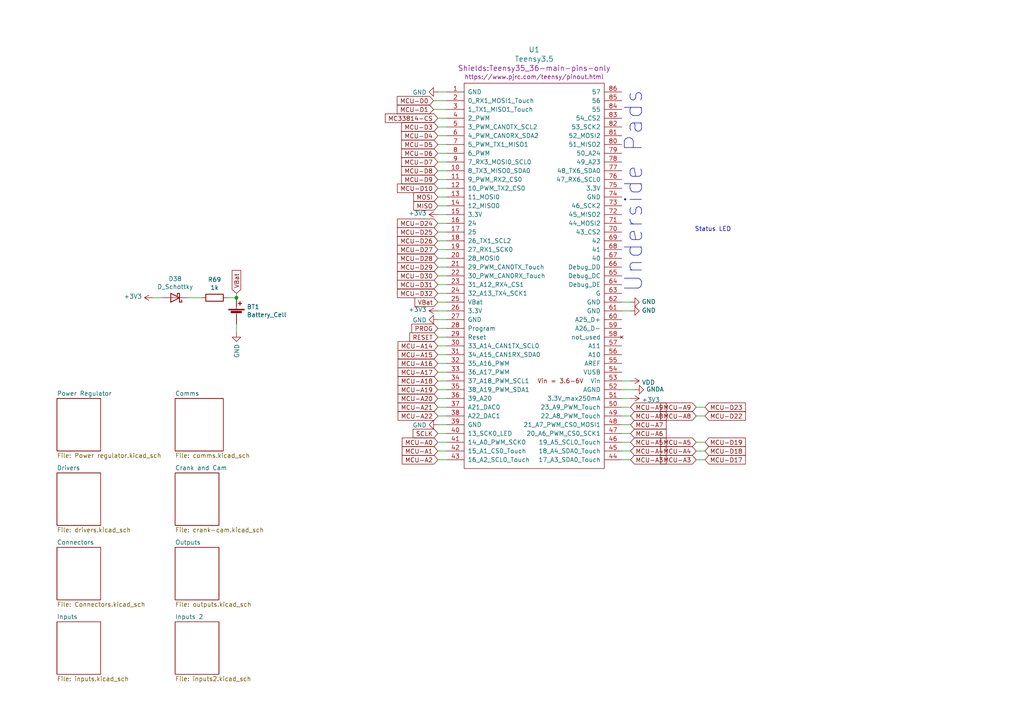
<source format=kicad_sch>
(kicad_sch (version 20230121) (generator eeschema)
  (paper "A4")
  (lib_symbols
    (symbol "Device:Battery_Cell" (pin_numbers hide) (pin_names (offset 0) hide)
      (property "Reference" "BT" (at 2.54 2.54 0))
      (property "Value" "Battery_Cell" (at 2.54 0 0))
      (symbol "Battery_Cell_0_1"
        (rectangle (start -2.286 1.778) (end 2.286 1.524) (fill (type outline)))
        (rectangle (start -1.5748 1.1938) (end 1.4732 0.6858) (fill (type outline)))
        (polyline (pts (xy 0 0.762) (xy 0 0)))
        (polyline (pts (xy 0 1.778) (xy 0 2.54)))
        (polyline (pts (xy 0.508 3.429) (xy 1.524 3.429)) (stroke (width 0.254)))
        (polyline (pts (xy 1.016 3.937) (xy 1.016 2.921)) (stroke (width 0.254)))
      )
      (symbol "Battery_Cell_1_1"
        (pin passive line (at 0 5.08 270) (length 2.54) (name "+") (number "1"))
        (pin passive line (at 0 -2.54 90) (length 2.54) (name "-") (number "2"))
      )
    )
    (symbol "Device:D_Schottky" (pin_numbers hide) (pin_names (offset 1.016) hide)
      (property "Reference" "D" (at 0 2.54 0))
      (property "Value" "D_Schottky" (at 0 -2.54 0))
      (symbol "D_Schottky_0_1"
        (polyline (pts (xy 1.27 0) (xy -1.27 0)))
        (polyline (pts (xy 1.27 1.27) (xy 1.27 -1.27) (xy -1.27 0) (xy 1.27 1.27)) (stroke (width 0.254)))
        (polyline (pts (xy -1.905 0.635) (xy -1.905 1.27) (xy -1.27 1.27) (xy -1.27 -1.27) (xy -0.635 -1.27) (xy -0.635 -0.635)) (stroke (width 0.254)))
      )
      (symbol "D_Schottky_1_1"
        (pin passive line (at -3.81 0 0) (length 2.54) (name "K") (number "1"))
        (pin passive line (at 3.81 0 180) (length 2.54) (name "A") (number "2"))
      )
    )
    (symbol "Device:R" (pin_numbers hide) (pin_names (offset 0))
      (property "Reference" "R" (at 2.032 0 90))
      (property "Value" "R" (at 0 0 90))
      (symbol "R_0_1"
        (rectangle (start -1.016 -2.54) (end 1.016 2.54) (stroke (width 0.254)))
      )
      (symbol "R_1_1"
        (pin passive line (at 0 3.81 270) (length 1.27) (name "~") (number "1"))
        (pin passive line (at 0 -3.81 90) (length 1.27) (name "~") (number "2"))
      )
    )
    (symbol "Shields:Teensy3.5" (pin_names (offset 1.016))
      (property "Reference" "U" (at 0 58.42 0))
      (property "Value" "Teensy3.5" (at 0 -58.42 0))
      (property "Datasheet" "https://www.pjrc.com/teensy/card8a_rev2.pdf" (at 0 58.42 0))
      (property "Pinouts" "https://www.pjrc.com/teensy/pinout.html" (at 2.54 60.96 0))
      (symbol "Teensy3.5_0_0"
        (text "Vin = 3.6-6V" (at 7.62 -30.48 0) (effects (font (size 1.27 1.27))))
      )
      (symbol "Teensy3.5_0_1"
        (rectangle (start -20.32 55.88) (end 20.32 -55.88))
      )
      (symbol "Teensy3.5_1_1"
        (pin power_in line (at -25.4 53.34 0) (length 5.08) (name "GND") (number "1"))
        (pin bidirectional line (at -25.4 30.48 0) (length 5.08) (name "8_TX3_MISO0_SDA0") (number "10"))
        (pin bidirectional line (at -25.4 27.94 0) (length 5.08) (name "9_PWM_RX2_CS0") (number "11"))
        (pin bidirectional line (at -25.4 25.4 0) (length 5.08) (name "10_PWM_TX2_CS0") (number "12"))
        (pin bidirectional line (at -25.4 22.86 0) (length 5.08) (name "11_MOSI0") (number "13"))
        (pin bidirectional line (at -25.4 20.32 0) (length 5.08) (name "12_MISO0") (number "14"))
        (pin power_out line (at -25.4 17.78 0) (length 5.08) (name "3.3V") (number "15"))
        (pin bidirectional line (at -25.4 15.24 0) (length 5.08) (name "24") (number "16"))
        (pin bidirectional line (at -25.4 12.7 0) (length 5.08) (name "25") (number "17"))
        (pin bidirectional line (at -25.4 10.16 0) (length 5.08) (name "26_TX1_SCL2") (number "18"))
        (pin bidirectional line (at -25.4 7.62 0) (length 5.08) (name "27_RX1_SCK0") (number "19"))
        (pin bidirectional line (at -25.4 50.8 0) (length 5.08) (name "0_RX1_MOSI1_Touch") (number "2"))
        (pin bidirectional line (at -25.4 5.08 0) (length 5.08) (name "28_MOSI0") (number "20"))
        (pin bidirectional line (at -25.4 2.54 0) (length 5.08) (name "29_PWM_CAN0TX_Touch") (number "21"))
        (pin bidirectional line (at -25.4 0 0) (length 5.08) (name "30_PWM_CAN0RX_Touch") (number "22"))
        (pin bidirectional line (at -25.4 -2.54 0) (length 5.08) (name "31_A12_RX4_CS1") (number "23"))
        (pin bidirectional line (at -25.4 -5.08 0) (length 5.08) (name "32_A13_TX4_SCK1") (number "24"))
        (pin power_in line (at -25.4 -7.62 0) (length 5.08) (name "VBat") (number "25"))
        (pin power_in line (at -25.4 -10.16 0) (length 5.08) (name "3.3V") (number "26"))
        (pin power_in line (at -25.4 -12.7 0) (length 5.08) (name "GND") (number "27"))
        (pin input line (at -25.4 -15.24 0) (length 5.08) (name "Program") (number "28"))
        (pin input line (at -25.4 -17.78 0) (length 5.08) (name "Reset") (number "29"))
        (pin bidirectional line (at -25.4 48.26 0) (length 5.08) (name "1_TX1_MISO1_Touch") (number "3"))
        (pin bidirectional line (at -25.4 -20.32 0) (length 5.08) (name "33_A14_CAN1TX_SCL0") (number "30"))
        (pin bidirectional line (at -25.4 -22.86 0) (length 5.08) (name "34_A15_CAN1RX_SDA0") (number "31"))
        (pin bidirectional line (at -25.4 -25.4 0) (length 5.08) (name "35_A16_PWM") (number "32"))
        (pin bidirectional line (at -25.4 -27.94 0) (length 5.08) (name "36_A17_PWM") (number "33"))
        (pin bidirectional line (at -25.4 -30.48 0) (length 5.08) (name "37_A18_PWM_SCL1") (number "34"))
        (pin bidirectional line (at -25.4 -33.02 0) (length 5.08) (name "38_A19_PWM_SDA1") (number "35"))
        (pin bidirectional line (at -25.4 -35.56 0) (length 5.08) (name "39_A20") (number "36"))
        (pin bidirectional line (at -25.4 -38.1 0) (length 5.08) (name "A21_DAC0") (number "37"))
        (pin bidirectional line (at -25.4 -40.64 0) (length 5.08) (name "A22_DAC1") (number "38"))
        (pin power_in line (at -25.4 -43.18 0) (length 5.08) (name "GND") (number "39"))
        (pin bidirectional line (at -25.4 45.72 0) (length 5.08) (name "2_PWM") (number "4"))
        (pin bidirectional line (at -25.4 -45.72 0) (length 5.08) (name "13_SCK0_LED") (number "40"))
        (pin bidirectional line (at -25.4 -48.26 0) (length 5.08) (name "14_A0_PWM_SCK0") (number "41"))
        (pin bidirectional line (at -25.4 -50.8 0) (length 5.08) (name "15_A1_CS0_Touch") (number "42"))
        (pin bidirectional line (at -25.4 -53.34 0) (length 5.08) (name "16_A2_SCL0_Touch") (number "43"))
        (pin bidirectional line (at 25.4 -53.34 180) (length 5.08) (name "17_A3_SDA0_Touch") (number "44"))
        (pin bidirectional line (at 25.4 -50.8 180) (length 5.08) (name "18_A4_SDA0_Touch") (number "45"))
        (pin bidirectional line (at 25.4 -48.26 180) (length 5.08) (name "19_A5_SCL0_Touch") (number "46"))
        (pin bidirectional line (at 25.4 -45.72 180) (length 5.08) (name "20_A6_PWM_CS0_SCK1") (number "47"))
        (pin bidirectional line (at 25.4 -43.18 180) (length 5.08) (name "21_A7_PWM_CS0_MOSI1") (number "48"))
        (pin bidirectional line (at 25.4 -40.64 180) (length 5.08) (name "22_A8_PWM_Touch") (number "49"))
        (pin bidirectional line (at -25.4 43.18 0) (length 5.08) (name "3_PWM_CAN0TX_SCL2") (number "5"))
        (pin bidirectional line (at 25.4 -38.1 180) (length 5.08) (name "23_A9_PWM_Touch") (number "50"))
        (pin power_out line (at 25.4 -35.56 180) (length 5.08) (name "3.3V_max250mA") (number "51"))
        (pin power_out line (at 25.4 -33.02 180) (length 5.08) (name "AGND") (number "52"))
        (pin power_in line (at 25.4 -30.48 180) (length 5.08) (name "Vin") (number "53"))
        (pin power_in line (at 25.4 -27.94 180) (length 5.08) (name "VUSB") (number "54"))
        (pin input line (at 25.4 -25.4 180) (length 5.08) (name "AREF") (number "55"))
        (pin bidirectional line (at 25.4 -22.86 180) (length 5.08) (name "A10") (number "56"))
        (pin bidirectional line (at 25.4 -20.32 180) (length 5.08) (name "A11") (number "57"))
        (pin no_connect line (at 25.4 -17.78 180) (length 5.08) (name "not_used") (number "58"))
        (pin bidirectional line (at 25.4 -15.24 180) (length 5.08) (name "A26_D-") (number "59"))
        (pin bidirectional line (at -25.4 40.64 0) (length 5.08) (name "4_PWM_CAN0RX_SDA2") (number "6"))
        (pin bidirectional line (at 25.4 -12.7 180) (length 5.08) (name "A25_D+") (number "60"))
        (pin power_in line (at 25.4 -10.16 180) (length 5.08) (name "GND") (number "61"))
        (pin power_in line (at 25.4 -7.62 180) (length 5.08) (name "GND") (number "62"))
        (pin power_in line (at 25.4 -5.08 180) (length 5.08) (name "G") (number "63"))
        (pin input line (at 25.4 -2.54 180) (length 5.08) (name "Debug_DE") (number "64"))
        (pin input line (at 25.4 0 180) (length 5.08) (name "Debug_DC") (number "65"))
        (pin input line (at 25.4 2.54 180) (length 5.08) (name "Debug_DD") (number "66"))
        (pin bidirectional line (at 25.4 5.08 180) (length 5.08) (name "40") (number "67"))
        (pin bidirectional line (at 25.4 7.62 180) (length 5.08) (name "41") (number "68"))
        (pin bidirectional line (at 25.4 10.16 180) (length 5.08) (name "42") (number "69"))
        (pin bidirectional line (at -25.4 38.1 0) (length 5.08) (name "5_PWM_TX1_MISO1") (number "7"))
        (pin bidirectional line (at 25.4 12.7 180) (length 5.08) (name "43_CS2") (number "70"))
        (pin bidirectional line (at 25.4 15.24 180) (length 5.08) (name "44_MOSI2") (number "71"))
        (pin bidirectional line (at 25.4 17.78 180) (length 5.08) (name "45_MISO2") (number "72"))
        (pin bidirectional line (at 25.4 20.32 180) (length 5.08) (name "46_SCK2") (number "73"))
        (pin power_in line (at 25.4 22.86 180) (length 5.08) (name "GND") (number "74"))
        (pin power_in line (at 25.4 25.4 180) (length 5.08) (name "3.3V") (number "75"))
        (pin bidirectional line (at 25.4 27.94 180) (length 5.08) (name "47_RX6_SCL0") (number "76"))
        (pin bidirectional line (at 25.4 30.48 180) (length 5.08) (name "48_TX6_SDA0") (number "77"))
        (pin bidirectional line (at 25.4 33.02 180) (length 5.08) (name "49_A23") (number "78"))
        (pin bidirectional line (at 25.4 35.56 180) (length 5.08) (name "50_A24") (number "79"))
        (pin bidirectional line (at -25.4 35.56 0) (length 5.08) (name "6_PWM") (number "8"))
        (pin bidirectional line (at 25.4 38.1 180) (length 5.08) (name "51_MISO2") (number "80"))
        (pin bidirectional line (at 25.4 40.64 180) (length 5.08) (name "52_MOSI2") (number "81"))
        (pin bidirectional line (at 25.4 43.18 180) (length 5.08) (name "53_SCK2") (number "82"))
        (pin bidirectional line (at 25.4 45.72 180) (length 5.08) (name "54_CS2") (number "83"))
        (pin bidirectional line (at 25.4 48.26 180) (length 5.08) (name "55") (number "84"))
        (pin bidirectional line (at 25.4 50.8 180) (length 5.08) (name "56") (number "85"))
        (pin bidirectional line (at 25.4 53.34 180) (length 5.08) (name "57") (number "86"))
        (pin bidirectional line (at -25.4 33.02 0) (length 5.08) (name "7_RX3_MOSI0_SCL0") (number "9"))
      )
    )
    (symbol "power:+3V3" (power) (pin_names (offset 0))
      (property "Value" "+3V3" (at 0 3.556 0))
      (symbol "+3V3_0_1"
        (polyline (pts (xy -0.762 1.27) (xy 0 2.54)))
        (polyline (pts (xy 0 0) (xy 0 2.54)))
        (polyline (pts (xy 0 2.54) (xy 0.762 1.27)))
      )
      (symbol "+3V3_1_1"
        (pin power_in line (at 0 0 90) (length 0) hide (name "+3V3") (number "1"))
      )
    )
    (symbol "power:GND" (power) (pin_names (offset 0))
      (property "Value" "GND" (at 0 -3.81 0))
      (symbol "GND_0_1"
        (polyline (pts (xy 0 0) (xy 0 -1.27) (xy 1.27 -1.27) (xy 0 -2.54) (xy -1.27 -1.27) (xy 0 -1.27)))
      )
      (symbol "GND_1_1"
        (pin power_in line (at 0 0 270) (length 0) hide (name "GND") (number "1"))
      )
    )
    (symbol "power:GNDA" (power) (pin_names (offset 0))
      (property "Value" "GNDA" (at 0 -3.81 0))
      (symbol "GNDA_0_1"
        (polyline (pts (xy 0 0) (xy 0 -1.27) (xy 1.27 -1.27) (xy 0 -2.54) (xy -1.27 -1.27) (xy 0 -1.27)))
      )
      (symbol "GNDA_1_1"
        (pin power_in line (at 0 0 270) (length 0) hide (name "GNDA") (number "1"))
      )
    )
    (symbol "power:VDD" (power) (pin_names (offset 0))
      (property "Value" "VDD" (at 0 3.81 0))
      (symbol "VDD_0_1"
        (polyline (pts (xy -0.762 1.27) (xy 0 2.54)))
        (polyline (pts (xy 0 0) (xy 0 2.54)))
        (polyline (pts (xy 0 2.54) (xy 0.762 1.27)))
      )
      (symbol "VDD_1_1"
        (pin power_in line (at 0 0 90) (length 0) hide (name "VDD") (number "1"))
      )
    )
  )
  (junction (at 68.58 86.36))
  (wire (pts (xy 180.34 133.35) (xy 182.88 133.35)))
  (wire (pts (xy 180.34 128.27) (xy 182.88 128.27)))
  (wire (pts (xy 127 74.93) (xy 129.54 74.93)))
  (wire (pts (xy 182.88 123.19) (xy 180.34 123.19)))
  (wire (pts (xy 66.04 86.36) (xy 68.58 86.36)))
  (wire (pts (xy 127 123.19) (xy 129.54 123.19)))
  (wire (pts (xy 68.58 86.36) (xy 68.58 85.09)))
  (wire (pts (xy 129.54 26.67) (xy 127 26.67)))
  (wire (pts (xy 204.47 130.81) (xy 201.93 130.81)))
  (wire (pts (xy 127 92.71) (xy 129.54 92.71)))
  (wire (pts (xy 125.73 29.21) (xy 129.54 29.21)))
  (wire (pts (xy 68.58 96.52) (xy 68.58 93.98)))
  (wire (pts (xy 180.34 90.17) (xy 182.88 90.17)))
  (wire (pts (xy 129.54 102.87) (xy 127 102.87)))
  (wire (pts (xy 127 34.29) (xy 129.54 34.29)))
  (wire (pts (xy 204.47 118.11) (xy 201.93 118.11)))
  (wire (pts (xy 204.47 120.65) (xy 201.93 120.65)))
  (wire (pts (xy 182.88 110.49) (xy 180.34 110.49)))
  (wire (pts (xy 129.54 31.75) (xy 125.73 31.75)))
  (wire (pts (xy 127 57.15) (xy 129.54 57.15)))
  (wire (pts (xy 54.61 86.36) (xy 58.42 86.36)))
  (wire (pts (xy 127 69.85) (xy 129.54 69.85)))
  (wire (pts (xy 129.54 118.11) (xy 127 118.11)))
  (wire (pts (xy 127 36.83) (xy 129.54 36.83)))
  (wire (pts (xy 127 120.65) (xy 129.54 120.65)))
  (wire (pts (xy 127 87.63) (xy 129.54 87.63)))
  (wire (pts (xy 129.54 77.47) (xy 127 77.47)))
  (wire (pts (xy 204.47 128.27) (xy 201.93 128.27)))
  (wire (pts (xy 127 46.99) (xy 129.54 46.99)))
  (wire (pts (xy 127 128.27) (xy 129.54 128.27)))
  (wire (pts (xy 182.88 87.63) (xy 180.34 87.63)))
  (wire (pts (xy 184.15 113.03) (xy 180.34 113.03)))
  (wire (pts (xy 127 64.77) (xy 129.54 64.77)))
  (wire (pts (xy 129.54 49.53) (xy 127 49.53)))
  (wire (pts (xy 127 80.01) (xy 129.54 80.01)))
  (wire (pts (xy 127 125.73) (xy 129.54 125.73)))
  (wire (pts (xy 127 85.09) (xy 129.54 85.09)))
  (wire (pts (xy 180.34 125.73) (xy 182.88 125.73)))
  (wire (pts (xy 182.88 130.81) (xy 180.34 130.81)))
  (wire (pts (xy 129.54 59.69) (xy 127 59.69)))
  (wire (pts (xy 129.54 107.95) (xy 127 107.95)))
  (wire (pts (xy 182.88 118.11) (xy 180.34 118.11)))
  (wire (pts (xy 201.93 133.35) (xy 204.47 133.35)))
  (wire (pts (xy 127 110.49) (xy 129.54 110.49)))
  (wire (pts (xy 127 62.23) (xy 129.54 62.23)))
  (wire (pts (xy 129.54 54.61) (xy 127 54.61)))
  (wire (pts (xy 182.88 115.57) (xy 180.34 115.57)))
  (wire (pts (xy 127 95.25) (xy 129.54 95.25)))
  (wire (pts (xy 127 52.07) (xy 129.54 52.07)))
  (wire (pts (xy 127 133.35) (xy 129.54 133.35)))
  (wire (pts (xy 129.54 82.55) (xy 127 82.55)))
  (wire (pts (xy 127 41.91) (xy 129.54 41.91)))
  (wire (pts (xy 129.54 113.03) (xy 127 113.03)))
  (wire (pts (xy 129.54 39.37) (xy 127 39.37)))
  (wire (pts (xy 129.54 44.45) (xy 127 44.45)))
  (wire (pts (xy 180.34 120.65) (xy 182.88 120.65)))
  (wire (pts (xy 129.54 67.31) (xy 127 67.31)))
  (wire (pts (xy 127 105.41) (xy 129.54 105.41)))
  (wire (pts (xy 127 97.79) (xy 129.54 97.79)))
  (wire (pts (xy 127 90.17) (xy 129.54 90.17)))
  (wire (pts (xy 127 100.33) (xy 129.54 100.33)))
  (wire (pts (xy 44.45 86.36) (xy 46.99 86.36)))
  (wire (pts (xy 129.54 72.39) (xy 127 72.39)))
  (wire (pts (xy 127 115.57) (xy 129.54 115.57)))
  (wire (pts (xy 129.54 130.81) (xy 127 130.81)))
  (text "Underside Pads" (at 186.69 85.09 90) (effects (font (size 5.0038 5.0038)) (justify left bottom)))
  (text "Status LED" (at 212.09 67.31 0) (effects (font (size 1.27 1.27)) (justify right bottom)))
  (global_label "PROG" (shape input) (at 127 95.25 180) (property "Intersheetrefs" "${INTERSHEET_REFS}" (effects hide)))
  (global_label "VBat" (shape input) (at 127 87.63 180) (property "Intersheetrefs" "${INTERSHEET_REFS}" (effects hide)))
  (global_label "MCU-D4" (shape input) (at 127 39.37 180) (property "Intersheetrefs" "${INTERSHEET_REFS}" (effects hide)))
  (global_label "MCU-A14" (shape input) (at 127 100.33 180) (property "Intersheetrefs" "${INTERSHEET_REFS}" (effects hide)))
  (global_label "MCU-D32" (shape input) (at 127 85.09 180) (property "Intersheetrefs" "${INTERSHEET_REFS}" (effects hide)))
  (global_label "MCU-D18" (shape input) (at 204.47 130.81 0) (property "Intersheetrefs" "${INTERSHEET_REFS}" (effects hide)))
  (global_label "MCU-A19" (shape input) (at 127 113.03 180) (property "Intersheetrefs" "${INTERSHEET_REFS}" (effects hide)))
  (global_label "MCU-D31" (shape input) (at 127 82.55 180) (property "Intersheetrefs" "${INTERSHEET_REFS}" (effects hide)))
  (global_label "MCU-D26" (shape input) (at 127 69.85 180) (property "Intersheetrefs" "${INTERSHEET_REFS}" (effects hide)))
  (global_label "MCU-D24" (shape input) (at 127 64.77 180) (property "Intersheetrefs" "${INTERSHEET_REFS}" (effects hide)))
  (global_label "MC33814-CS" (shape input) (at 127 34.29 180) (property "Intersheetrefs" "${INTERSHEET_REFS}" (effects hide)))
  (global_label "MCU-A9" (shape input) (at 201.93 118.11 180) (property "Intersheetrefs" "${INTERSHEET_REFS}" (effects hide)))
  (global_label "MCU-A8" (shape input) (at 182.88 120.65 0) (property "Intersheetrefs" "${INTERSHEET_REFS}" (effects hide)))
  (global_label "MCU-A2" (shape input) (at 127 133.35 180) (property "Intersheetrefs" "${INTERSHEET_REFS}" (effects hide)))
  (global_label "MCU-D1" (shape input) (at 125.73 31.75 180) (property "Intersheetrefs" "${INTERSHEET_REFS}" (effects hide)))
  (global_label "MCU-A0" (shape input) (at 127 128.27 180) (property "Intersheetrefs" "${INTERSHEET_REFS}" (effects hide)))
  (global_label "MCU-D22" (shape input) (at 204.47 120.65 0) (property "Intersheetrefs" "${INTERSHEET_REFS}" (effects hide)))
  (global_label "MCU-D7" (shape input) (at 127 46.99 180) (property "Intersheetrefs" "${INTERSHEET_REFS}" (effects hide)))
  (global_label "MCU-D25" (shape input) (at 127 67.31 180) (property "Intersheetrefs" "${INTERSHEET_REFS}" (effects hide)))
  (global_label "MCU-A22" (shape input) (at 127 120.65 180) (property "Intersheetrefs" "${INTERSHEET_REFS}" (effects hide)))
  (global_label "MCU-D6" (shape input) (at 127 44.45 180) (property "Intersheetrefs" "${INTERSHEET_REFS}" (effects hide)))
  (global_label "MCU-D8" (shape input) (at 127 49.53 180) (property "Intersheetrefs" "${INTERSHEET_REFS}" (effects hide)))
  (global_label "MCU-A9" (shape input) (at 182.88 118.11 0) (property "Intersheetrefs" "${INTERSHEET_REFS}" (effects hide)))
  (global_label "MCU-A3" (shape input) (at 182.88 133.35 0) (property "Intersheetrefs" "${INTERSHEET_REFS}" (effects hide)))
  (global_label "MCU-D23" (shape input) (at 204.47 118.11 0) (property "Intersheetrefs" "${INTERSHEET_REFS}" (effects hide)))
  (global_label "MCU-D28" (shape input) (at 127 74.93 180) (property "Intersheetrefs" "${INTERSHEET_REFS}" (effects hide)))
  (global_label "MCU-A6" (shape input) (at 182.88 125.73 0) (property "Intersheetrefs" "${INTERSHEET_REFS}" (effects hide)))
  (global_label "MCU-A8" (shape input) (at 201.93 120.65 180) (property "Intersheetrefs" "${INTERSHEET_REFS}" (effects hide)))
  (global_label "MCU-D5" (shape input) (at 127 41.91 180) (property "Intersheetrefs" "${INTERSHEET_REFS}" (effects hide)))
  (global_label "MCU-A3" (shape input) (at 201.93 133.35 180) (property "Intersheetrefs" "${INTERSHEET_REFS}" (effects hide)))
  (global_label "MCU-D17" (shape input) (at 204.47 133.35 0) (property "Intersheetrefs" "${INTERSHEET_REFS}" (effects hide)))
  (global_label "MCU-A1" (shape input) (at 127 130.81 180) (property "Intersheetrefs" "${INTERSHEET_REFS}" (effects hide)))
  (global_label "MCU-A21" (shape input) (at 127 118.11 180) (property "Intersheetrefs" "${INTERSHEET_REFS}" (effects hide)))
  (global_label "MCU-D9" (shape input) (at 127 52.07 180) (property "Intersheetrefs" "${INTERSHEET_REFS}" (effects hide)))
  (global_label "MCU-D27" (shape input) (at 127 72.39 180) (property "Intersheetrefs" "${INTERSHEET_REFS}" (effects hide)))
  (global_label "RESET" (shape input) (at 127 97.79 180) (property "Intersheetrefs" "${INTERSHEET_REFS}" (effects hide)))
  (global_label "MCU-A18" (shape input) (at 127 110.49 180) (property "Intersheetrefs" "${INTERSHEET_REFS}" (effects hide)))
  (global_label "MCU-A4" (shape input) (at 201.93 130.81 180) (property "Intersheetrefs" "${INTERSHEET_REFS}" (effects hide)))
  (global_label "MCU-A16" (shape input) (at 127 105.41 180) (property "Intersheetrefs" "${INTERSHEET_REFS}" (effects hide)))
  (global_label "MCU-A4" (shape input) (at 182.88 130.81 0) (property "Intersheetrefs" "${INTERSHEET_REFS}" (effects hide)))
  (global_label "MCU-D0" (shape input) (at 125.73 29.21 180) (property "Intersheetrefs" "${INTERSHEET_REFS}" (effects hide)))
  (global_label "MISO" (shape input) (at 127 59.69 180) (property "Intersheetrefs" "${INTERSHEET_REFS}" (effects hide)))
  (global_label "MCU-A20" (shape input) (at 127 115.57 180) (property "Intersheetrefs" "${INTERSHEET_REFS}" (effects hide)))
  (global_label "VBat" (shape input) (at 68.58 85.09 90) (property "Intersheetrefs" "${INTERSHEET_REFS}" (effects hide)))
  (global_label "MCU-A17" (shape input) (at 127 107.95 180) (property "Intersheetrefs" "${INTERSHEET_REFS}" (effects hide)))
  (global_label "MCU-D30" (shape input) (at 127 80.01 180) (property "Intersheetrefs" "${INTERSHEET_REFS}" (effects hide)))
  (global_label "MCU-A7" (shape input) (at 182.88 123.19 0) (property "Intersheetrefs" "${INTERSHEET_REFS}" (effects hide)))
  (global_label "MOSI" (shape input) (at 127 57.15 180) (property "Intersheetrefs" "${INTERSHEET_REFS}" (effects hide)))
  (global_label "MCU-A5" (shape input) (at 182.88 128.27 0) (property "Intersheetrefs" "${INTERSHEET_REFS}" (effects hide)))
  (global_label "MCU-A5" (shape input) (at 201.93 128.27 180) (property "Intersheetrefs" "${INTERSHEET_REFS}" (effects hide)))
  (global_label "MCU-D3" (shape input) (at 127 36.83 180) (property "Intersheetrefs" "${INTERSHEET_REFS}" (effects hide)))
  (global_label "SCLK" (shape input) (at 127 125.73 180) (property "Intersheetrefs" "${INTERSHEET_REFS}" (effects hide)))
  (global_label "MCU-D29" (shape input) (at 127 77.47 180) (property "Intersheetrefs" "${INTERSHEET_REFS}" (effects hide)))
  (global_label "MCU-A15" (shape input) (at 127 102.87 180) (property "Intersheetrefs" "${INTERSHEET_REFS}" (effects hide)))
  (global_label "MCU-D19" (shape input) (at 204.47 128.27 0) (property "Intersheetrefs" "${INTERSHEET_REFS}" (effects hide)))
  (global_label "MCU-D10" (shape input) (at 127 54.61 180) (property "Intersheetrefs" "${INTERSHEET_REFS}" (effects hide)))
  (symbol (lib_id "Shields:Teensy3.5") (at 154.94 80.01 0) (unit 1)
    (property "Reference" "U1" (at 154.94 14.4018 0) (effects (font (size 1.524 1.524))))
    (property "Value" "Teensy3.5" (at 154.94 17.0942 0) (effects (font (size 1.524 1.524))))
    (property "Footprint" "Shields:Teensy35_36-main-pins-only" (at 154.94 19.7866 0) (effects (font (size 1.524 1.524))))
    (property "Pinouts" "https://www.pjrc.com/teensy/pinout.html" (at 154.94 22.2758 0))
  )
  (symbol (lib_id "power:GND") (at 127 92.71 270) (unit 1)
    (property "Reference" "#PWR0148" (effects hide))
    (property "Value" "GND" (at 123.7488 92.837 90) (effects (justify right)))
  )
  (symbol (lib_id "power:GND") (at 182.88 87.63 90) (unit 1)
    (property "Reference" "#PWR0150" (effects hide))
    (property "Value" "GND" (at 186.1312 87.503 90) (effects (justify right)))
  )
  (symbol (lib_id "power:GND") (at 182.88 90.17 90) (unit 1)
    (property "Reference" "#PWR0151" (effects hide))
    (property "Value" "GND" (at 186.1312 90.043 90) (effects (justify right)))
  )
  (symbol (lib_id "power:GND") (at 127 123.19 270) (unit 1)
    (property "Reference" "#PWR0152" (effects hide))
    (property "Value" "GND" (at 123.7488 123.317 90) (effects (justify right)))
  )
  (symbol (lib_id "power:GND") (at 127 26.67 270) (unit 1)
    (property "Reference" "#PWR0153" (effects hide))
    (property "Value" "GND" (at 123.7488 26.797 90) (effects (justify right)))
  )
  (symbol (lib_id "power:+3V3") (at 127 90.17 90) (unit 1)
    (property "Reference" "#PWR0155" (effects hide))
    (property "Value" "+3V3" (at 123.7488 89.789 90) (effects (justify left)))
  )
  (symbol (lib_id "power:VDD") (at 182.88 110.49 270) (unit 1)
    (property "Reference" "#PWR0132" (effects hide))
    (property "Value" "VDD" (at 186.1312 110.9218 90) (effects (justify left)))
  )
  (symbol (lib_id "power:+3V3") (at 127 62.23 90) (unit 1)
    (property "Reference" "#PWR0186" (effects hide))
    (property "Value" "+3V3" (at 123.7488 61.849 90) (effects (justify left)))
  )
  (symbol (lib_id "power:+3V3") (at 182.88 115.57 270) (unit 1)
    (property "Reference" "#PWR0187" (effects hide))
    (property "Value" "+3V3" (at 186.1312 115.951 90) (effects (justify left)))
  )
  (symbol (lib_id "power:GNDA") (at 184.15 113.03 90) (unit 1)
    (property "Reference" "#PWR0205" (effects hide))
    (property "Value" "GNDA" (at 187.4012 112.903 90) (effects (justify right)))
  )
  (symbol (lib_id "Device:Battery_Cell") (at 68.58 91.44 0) (unit 1)
    (property "Reference" "BT1" (at 71.5772 89.0016 0) (effects (justify left)))
    (property "Value" "Battery_Cell" (at 71.5772 91.313 0) (effects (justify left)))
    (property "Footprint" "Misc:2999" (effects hide))
    (property "Digikey Part Number" "36-2999-ND" (effects hide))
    (property "Manufacturer_Name" "Keystone" (effects hide))
    (property "Manufacturer_Part_Number" "2999" (effects hide))
    (property "URL" "https://www.digikey.com.au/product-detail/en/keystone-electronics/2999/36-2999-ND/2137863" (effects hide))
  )
  (symbol (lib_id "power:GND") (at 68.58 96.52 0) (unit 1)
    (property "Reference" "#PWR0225" (effects hide))
    (property "Value" "GND" (at 68.707 99.7712 90) (effects (justify right)))
  )
  (symbol (lib_id "Device:D_Schottky") (at 50.8 86.36 180) (unit 1)
    (property "Reference" "D38" (at 50.8 80.8736 0))
    (property "Value" "D_Schottky" (at 50.8 83.185 0))
    (property "Footprint" "Diode_SMD:D_PowerDI-123" (effects hide))
    (property "Digikey Part Number" "DFLS2100-7DICT-ND" (effects hide))
    (property "Manufacturer_Name" "Diodes Inc." (effects hide))
    (property "Manufacturer_Part_Number" "DFLS2100-7" (effects hide))
    (property "URL" "https://www.digikey.com/product-detail/en/diodes-incorporated/DFLS2100-7/DFLS2100-7DICT-ND/3451552" (effects hide))
  )
  (symbol (lib_id "Device:R") (at 62.23 86.36 270) (unit 1)
    (property "Reference" "R69" (at 62.23 81.1022 90))
    (property "Value" "1k" (at 62.23 83.4136 90))
    (property "Footprint" "Resistor_SMD:R_0805_2012Metric" (effects hide))
    (property "Digikey Part Number" "311-1.00KCRCT-ND" (effects hide))
    (property "Manufacturer_Name" "Yageo" (effects hide))
    (property "Manufacturer_Part_Number" "RC0805FR-071KL" (effects hide))
    (property "URL" "https://www.digikey.com/product-detail/en/yageo/RC0805FR-071KL/311-1.00KCRCT-ND/730391" (effects hide))
  )
  (symbol (lib_id "power:+3V3") (at 44.45 86.36 90) (unit 1)
    (property "Reference" "#PWR0226" (effects hide))
    (property "Value" "+3V3" (at 41.1988 85.979 90) (effects (justify left)))
  )
  (sheet (at 16.51 115.57) (size 12.7 15.24)
    (property "Sheetname" "Power Regulator" (at 16.51 114.8584 0) (effects (justify left bottom)))
    (property "Sheetfile" "Power regulator.kicad_sch" (at 16.51 131.3946 0) (effects (justify left top)))
  )
  (sheet (at 16.51 137.16) (size 12.7 15.24)
    (property "Sheetname" "Drivers" (at 16.51 136.4484 0) (effects (justify left bottom)))
    (property "Sheetfile" "drivers.kicad_sch" (at 16.51 152.9846 0) (effects (justify left top)))
  )
  (sheet (at 16.51 158.75) (size 12.7 15.24)
    (property "Sheetname" "Connectors" (at 16.51 158.0384 0) (effects (justify left bottom)))
    (property "Sheetfile" "Connectors.kicad_sch" (at 16.51 174.5746 0) (effects (justify left top)))
  )
  (sheet (at 16.51 180.34) (size 12.7 15.24)
    (property "Sheetname" "Inputs" (at 16.51 179.6284 0) (effects (justify left bottom)))
    (property "Sheetfile" "inputs.kicad_sch" (at 16.51 196.1646 0) (effects (justify left top)))
  )
  (sheet (at 50.8 158.75) (size 12.7 15.24)
    (property "Sheetname" "Outputs" (at 50.8 158.0384 0) (effects (justify left bottom)))
    (property "Sheetfile" "outputs.kicad_sch" (at 50.8 174.5746 0) (effects (justify left top)))
  )
  (sheet (at 50.8 115.57) (size 13.97 15.24)
    (property "Sheetname" "Comms" (at 50.8 114.8584 0) (effects (justify left bottom)))
    (property "Sheetfile" "comms.kicad_sch" (at 50.8 131.3946 0) (effects (justify left top)))
  )
  (sheet (at 50.8 137.16) (size 12.7 15.24)
    (property "Sheetname" "Crank and Cam" (at 50.8 136.4484 0) (effects (justify left bottom)))
    (property "Sheetfile" "crank-cam.kicad_sch" (at 50.8 152.9846 0) (effects (justify left top)))
  )
  (sheet (at 50.8 180.34) (size 12.7 15.24)
    (property "Sheetname" "Inputs 2" (at 50.8 179.6284 0) (effects (justify left bottom)))
    (property "Sheetfile" "inputs2.kicad_sch" (at 50.8 196.1646 0) (effects (justify left top)))
  )
)
</source>
